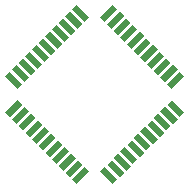
<source format=gtp>
%TF.GenerationSoftware,KiCad,Pcbnew,(5.1.7)-1*%
%TF.CreationDate,2020-11-07T21:13:55-05:00*%
%TF.ProjectId,ATmega32u4 Breakout,41546d65-6761-4333-9275-342042726561,rev?*%
%TF.SameCoordinates,Original*%
%TF.FileFunction,Paste,Top*%
%TF.FilePolarity,Positive*%
%FSLAX46Y46*%
G04 Gerber Fmt 4.6, Leading zero omitted, Abs format (unit mm)*
G04 Created by KiCad (PCBNEW (5.1.7)-1) date 2020-11-07 21:13:55*
%MOMM*%
%LPD*%
G01*
G04 APERTURE LIST*
%ADD10C,0.100000*%
G04 APERTURE END LIST*
D10*
%TO.C,U1*%
G36*
X140059134Y-90595188D02*
G01*
X140448042Y-90206280D01*
X141508702Y-91266940D01*
X141119794Y-91655848D01*
X140059134Y-90595188D01*
G37*
G36*
X139493449Y-91160874D02*
G01*
X139882357Y-90771966D01*
X140943017Y-91832626D01*
X140554109Y-92221534D01*
X139493449Y-91160874D01*
G37*
G36*
X138927764Y-91726559D02*
G01*
X139316672Y-91337651D01*
X140377332Y-92398311D01*
X139988424Y-92787219D01*
X138927764Y-91726559D01*
G37*
G36*
X138362078Y-92292244D02*
G01*
X138750986Y-91903336D01*
X139811646Y-92963996D01*
X139422738Y-93352904D01*
X138362078Y-92292244D01*
G37*
G36*
X137796393Y-92857930D02*
G01*
X138185301Y-92469022D01*
X139245961Y-93529682D01*
X138857053Y-93918590D01*
X137796393Y-92857930D01*
G37*
G36*
X137230707Y-93423615D02*
G01*
X137619615Y-93034707D01*
X138680275Y-94095367D01*
X138291367Y-94484275D01*
X137230707Y-93423615D01*
G37*
G36*
X136665022Y-93989301D02*
G01*
X137053930Y-93600393D01*
X138114590Y-94661053D01*
X137725682Y-95049961D01*
X136665022Y-93989301D01*
G37*
G36*
X136099336Y-94554986D02*
G01*
X136488244Y-94166078D01*
X137548904Y-95226738D01*
X137159996Y-95615646D01*
X136099336Y-94554986D01*
G37*
G36*
X135533651Y-95120672D02*
G01*
X135922559Y-94731764D01*
X136983219Y-95792424D01*
X136594311Y-96181332D01*
X135533651Y-95120672D01*
G37*
G36*
X134967966Y-95686357D02*
G01*
X135356874Y-95297449D01*
X136417534Y-96358109D01*
X136028626Y-96747017D01*
X134967966Y-95686357D01*
G37*
G36*
X134402280Y-96252042D02*
G01*
X134791188Y-95863134D01*
X135851848Y-96923794D01*
X135462940Y-97312702D01*
X134402280Y-96252042D01*
G37*
G36*
X134791188Y-99716866D02*
G01*
X134402280Y-99327958D01*
X135462940Y-98267298D01*
X135851848Y-98656206D01*
X134791188Y-99716866D01*
G37*
G36*
X135356874Y-100282551D02*
G01*
X134967966Y-99893643D01*
X136028626Y-98832983D01*
X136417534Y-99221891D01*
X135356874Y-100282551D01*
G37*
G36*
X135922559Y-100848236D02*
G01*
X135533651Y-100459328D01*
X136594311Y-99398668D01*
X136983219Y-99787576D01*
X135922559Y-100848236D01*
G37*
G36*
X136488244Y-101413922D02*
G01*
X136099336Y-101025014D01*
X137159996Y-99964354D01*
X137548904Y-100353262D01*
X136488244Y-101413922D01*
G37*
G36*
X137053930Y-101979607D02*
G01*
X136665022Y-101590699D01*
X137725682Y-100530039D01*
X138114590Y-100918947D01*
X137053930Y-101979607D01*
G37*
G36*
X137619615Y-102545293D02*
G01*
X137230707Y-102156385D01*
X138291367Y-101095725D01*
X138680275Y-101484633D01*
X137619615Y-102545293D01*
G37*
G36*
X138185301Y-103110978D02*
G01*
X137796393Y-102722070D01*
X138857053Y-101661410D01*
X139245961Y-102050318D01*
X138185301Y-103110978D01*
G37*
G36*
X138750986Y-103676664D02*
G01*
X138362078Y-103287756D01*
X139422738Y-102227096D01*
X139811646Y-102616004D01*
X138750986Y-103676664D01*
G37*
G36*
X139316672Y-104242349D02*
G01*
X138927764Y-103853441D01*
X139988424Y-102792781D01*
X140377332Y-103181689D01*
X139316672Y-104242349D01*
G37*
G36*
X139882357Y-104808034D02*
G01*
X139493449Y-104419126D01*
X140554109Y-103358466D01*
X140943017Y-103747374D01*
X139882357Y-104808034D01*
G37*
G36*
X140448042Y-105373720D02*
G01*
X140059134Y-104984812D01*
X141119794Y-103924152D01*
X141508702Y-104313060D01*
X140448042Y-105373720D01*
G37*
G36*
X142463298Y-104313060D02*
G01*
X142852206Y-103924152D01*
X143912866Y-104984812D01*
X143523958Y-105373720D01*
X142463298Y-104313060D01*
G37*
G36*
X143028983Y-103747374D02*
G01*
X143417891Y-103358466D01*
X144478551Y-104419126D01*
X144089643Y-104808034D01*
X143028983Y-103747374D01*
G37*
G36*
X143594668Y-103181689D02*
G01*
X143983576Y-102792781D01*
X145044236Y-103853441D01*
X144655328Y-104242349D01*
X143594668Y-103181689D01*
G37*
G36*
X144160354Y-102616004D02*
G01*
X144549262Y-102227096D01*
X145609922Y-103287756D01*
X145221014Y-103676664D01*
X144160354Y-102616004D01*
G37*
G36*
X144726039Y-102050318D02*
G01*
X145114947Y-101661410D01*
X146175607Y-102722070D01*
X145786699Y-103110978D01*
X144726039Y-102050318D01*
G37*
G36*
X145291725Y-101484633D02*
G01*
X145680633Y-101095725D01*
X146741293Y-102156385D01*
X146352385Y-102545293D01*
X145291725Y-101484633D01*
G37*
G36*
X145857410Y-100918947D02*
G01*
X146246318Y-100530039D01*
X147306978Y-101590699D01*
X146918070Y-101979607D01*
X145857410Y-100918947D01*
G37*
G36*
X146423096Y-100353262D02*
G01*
X146812004Y-99964354D01*
X147872664Y-101025014D01*
X147483756Y-101413922D01*
X146423096Y-100353262D01*
G37*
G36*
X146988781Y-99787576D02*
G01*
X147377689Y-99398668D01*
X148438349Y-100459328D01*
X148049441Y-100848236D01*
X146988781Y-99787576D01*
G37*
G36*
X147554466Y-99221891D02*
G01*
X147943374Y-98832983D01*
X149004034Y-99893643D01*
X148615126Y-100282551D01*
X147554466Y-99221891D01*
G37*
G36*
X148120152Y-98656206D02*
G01*
X148509060Y-98267298D01*
X149569720Y-99327958D01*
X149180812Y-99716866D01*
X148120152Y-98656206D01*
G37*
G36*
X148509060Y-97312702D02*
G01*
X148120152Y-96923794D01*
X149180812Y-95863134D01*
X149569720Y-96252042D01*
X148509060Y-97312702D01*
G37*
G36*
X147943374Y-96747017D02*
G01*
X147554466Y-96358109D01*
X148615126Y-95297449D01*
X149004034Y-95686357D01*
X147943374Y-96747017D01*
G37*
G36*
X147377689Y-96181332D02*
G01*
X146988781Y-95792424D01*
X148049441Y-94731764D01*
X148438349Y-95120672D01*
X147377689Y-96181332D01*
G37*
G36*
X146812004Y-95615646D02*
G01*
X146423096Y-95226738D01*
X147483756Y-94166078D01*
X147872664Y-94554986D01*
X146812004Y-95615646D01*
G37*
G36*
X146246318Y-95049961D02*
G01*
X145857410Y-94661053D01*
X146918070Y-93600393D01*
X147306978Y-93989301D01*
X146246318Y-95049961D01*
G37*
G36*
X145680633Y-94484275D02*
G01*
X145291725Y-94095367D01*
X146352385Y-93034707D01*
X146741293Y-93423615D01*
X145680633Y-94484275D01*
G37*
G36*
X145114947Y-93918590D02*
G01*
X144726039Y-93529682D01*
X145786699Y-92469022D01*
X146175607Y-92857930D01*
X145114947Y-93918590D01*
G37*
G36*
X144549262Y-93352904D02*
G01*
X144160354Y-92963996D01*
X145221014Y-91903336D01*
X145609922Y-92292244D01*
X144549262Y-93352904D01*
G37*
G36*
X143983576Y-92787219D02*
G01*
X143594668Y-92398311D01*
X144655328Y-91337651D01*
X145044236Y-91726559D01*
X143983576Y-92787219D01*
G37*
G36*
X143417891Y-92221534D02*
G01*
X143028983Y-91832626D01*
X144089643Y-90771966D01*
X144478551Y-91160874D01*
X143417891Y-92221534D01*
G37*
G36*
X142852206Y-91655848D02*
G01*
X142463298Y-91266940D01*
X143523958Y-90206280D01*
X143912866Y-90595188D01*
X142852206Y-91655848D01*
G37*
%TD*%
M02*

</source>
